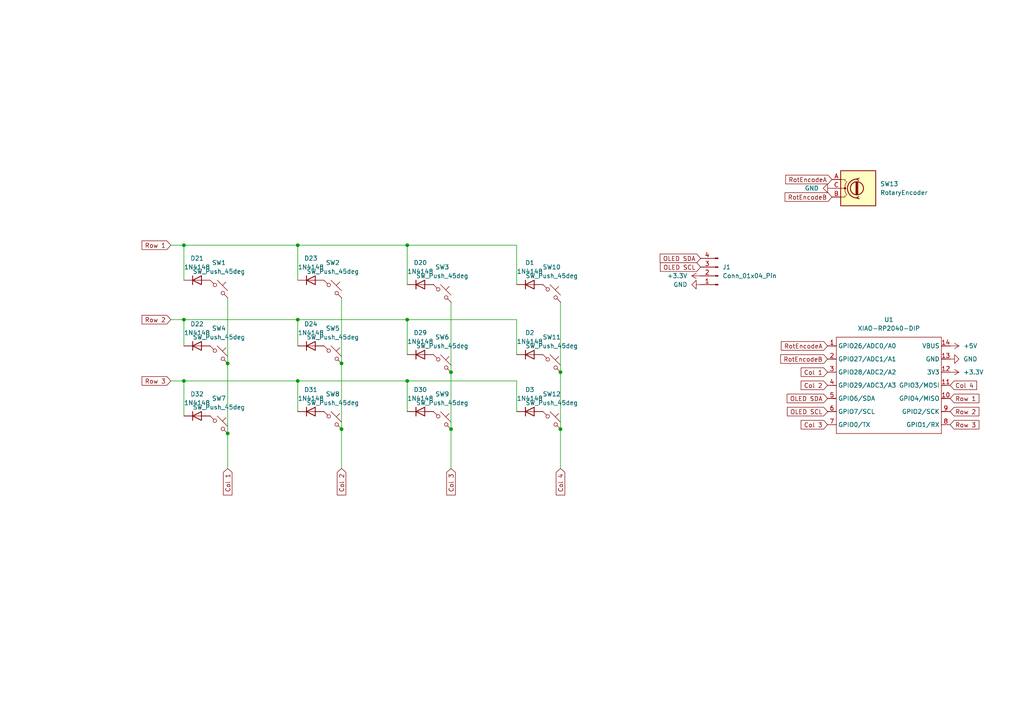
<source format=kicad_sch>
(kicad_sch (version 20250114) (generator "eeschema") (generator_version "9.0")
  (paper "A4")
  (lib_symbols
    (symbol "Connector:Conn_01x04_Pin" (pin_names (offset 1.016) (hide yes))
      (property "Reference" "J" (at 0 5.08 0))
      (property "Value" "Conn_01x04_Pin" (at 0 -7.62 0))
      (symbol "Conn_01x04_Pin_1_1"
        (rectangle (start 0.8636 2.667) (end 0 2.413) (stroke (width 0.1524)) (fill (type outline)))
        (rectangle (start 0.8636 0.127) (end 0 -0.127) (stroke (width 0.1524)) (fill (type outline)))
        (rectangle (start 0.8636 -2.413) (end 0 -2.667) (stroke (width 0.1524)) (fill (type outline)))
        (rectangle (start 0.8636 -4.953) (end 0 -5.207) (stroke (width 0.1524)) (fill (type outline)))
        (polyline (pts (xy 1.27 2.54) (xy 0.8636 2.54)) (stroke (width 0.1524)))
        (polyline (pts (xy 1.27 0) (xy 0.8636 0)) (stroke (width 0.1524)))
        (polyline (pts (xy 1.27 -2.54) (xy 0.8636 -2.54)) (stroke (width 0.1524)))
        (polyline (pts (xy 1.27 -5.08) (xy 0.8636 -5.08)) (stroke (width 0.1524)))
        (pin passive line (at 5.08 2.54 180) (length 3.81) (name "Pin_1") (number "1"))
        (pin passive line (at 5.08 0 180) (length 3.81) (name "Pin_2") (number "2"))
        (pin passive line (at 5.08 -2.54 180) (length 3.81) (name "Pin_3") (number "3"))
        (pin passive line (at 5.08 -5.08 180) (length 3.81) (name "Pin_4") (number "4"))
      )
    )
    (symbol "Device:RotaryEncoder" (pin_names (offset 0.254) (hide yes))
      (property "Reference" "SW" (at 0 6.604 0))
      (property "Value" "RotaryEncoder" (at 0 -6.604 0))
      (symbol "RotaryEncoder_0_1"
        (rectangle (start -5.08 5.08) (end 5.08 -5.08) (stroke (width 0.254)) (fill (type background)))
        (polyline (pts (xy -5.08 2.54) (xy -3.81 2.54) (xy -3.81 2.032)))
        (polyline (pts (xy -5.08 0) (xy -3.81 0) (xy -3.81 -1.016) (xy -3.302 -2.032)))
        (polyline (pts (xy -5.08 -2.54) (xy -3.81 -2.54) (xy -3.81 -2.032)))
        (polyline (pts (xy -4.318 0) (xy -3.81 0) (xy -3.81 1.016) (xy -3.302 2.032)))
        (circle (center -3.81 0) (radius 0.254) (fill (type outline)))
        (polyline (pts (xy -0.635 -1.778) (xy -0.635 1.778)) (stroke (width 0.254)))
        (circle (center -0.381 0) (radius 1.905) (stroke (width 0.254)))
        (polyline (pts (xy -0.381 -1.778) (xy -0.381 1.778)) (stroke (width 0.254)))
        (arc (start -0.381 -2.794) (mid -3.0988 -0.0635) (end -0.381 2.667) (stroke (width 0.254)))
        (polyline (pts (xy -0.127 1.778) (xy -0.127 -1.778)) (stroke (width 0.254)))
        (polyline (pts (xy 0.254 2.921) (xy -0.508 2.667) (xy 0.127 2.286)) (stroke (width 0.254)))
        (polyline (pts (xy 0.254 -3.048) (xy -0.508 -2.794) (xy 0.127 -2.413)) (stroke (width 0.254)))
      )
      (symbol "RotaryEncoder_1_1"
        (pin passive line (at -7.62 2.54 0) (length 2.54) (name "A") (number "A"))
        (pin passive line (at -7.62 0 0) (length 2.54) (name "C") (number "C"))
        (pin passive line (at -7.62 -2.54 0) (length 2.54) (name "B") (number "B"))
      )
    )
    (symbol "Diode:1N4148" (pin_numbers (hide yes)) (pin_names (hide yes))
      (property "Reference" "D" (at 0 2.54 0))
      (property "Value" "1N4148" (at 0 -2.54 0))
      (symbol "1N4148_0_1"
        (polyline (pts (xy -1.27 1.27) (xy -1.27 -1.27)) (stroke (width 0.254)))
        (polyline (pts (xy 1.27 1.27) (xy 1.27 -1.27) (xy -1.27 0) (xy 1.27 1.27)) (stroke (width 0.254)))
        (polyline (pts (xy 1.27 0) (xy -1.27 0)))
      )
      (symbol "1N4148_1_1"
        (pin passive line (at -3.81 0 0) (length 2.54) (name "K") (number "1"))
        (pin passive line (at 3.81 0 180) (length 2.54) (name "A") (number "2"))
      )
    )
    (symbol "OPL:XIAO-RP2040-DIP"
      (property "Reference" "U" (at 0 0 0))
      (property "Value" "XIAO-RP2040-DIP" (at 5.334 -1.778 0))
      (symbol "XIAO-RP2040-DIP_1_0"
        (polyline (pts (xy -1.27 -2.54) (xy 29.21 -2.54)) (stroke (width 0.1524)))
        (polyline (pts (xy -1.27 -5.08) (xy -2.54 -5.08)) (stroke (width 0.1524)))
        (polyline (pts (xy -1.27 -5.08) (xy -1.27 -2.54)) (stroke (width 0.1524)))
        (polyline (pts (xy -1.27 -8.89) (xy -2.54 -8.89)) (stroke (width 0.1524)))
        (polyline (pts (xy -1.27 -8.89) (xy -1.27 -5.08)) (stroke (width 0.1524)))
        (polyline (pts (xy -1.27 -12.7) (xy -2.54 -12.7)) (stroke (width 0.1524)))
        (polyline (pts (xy -1.27 -12.7) (xy -1.27 -8.89)) (stroke (width 0.1524)))
        (polyline (pts (xy -1.27 -16.51) (xy -2.54 -16.51)) (stroke (width 0.1524)))
        (polyline (pts (xy -1.27 -16.51) (xy -1.27 -12.7)) (stroke (width 0.1524)))
        (polyline (pts (xy -1.27 -20.32) (xy -2.54 -20.32)) (stroke (width 0.1524)))
        (polyline (pts (xy -1.27 -24.13) (xy -2.54 -24.13)) (stroke (width 0.1524)))
        (polyline (pts (xy -1.27 -27.94) (xy -2.54 -27.94)) (stroke (width 0.1524)))
        (polyline (pts (xy -1.27 -30.48) (xy -1.27 -16.51)) (stroke (width 0.1524)))
        (polyline (pts (xy 29.21 -2.54) (xy 29.21 -5.08)) (stroke (width 0.1524)))
        (polyline (pts (xy 29.21 -5.08) (xy 29.21 -8.89)) (stroke (width 0.1524)))
        (polyline (pts (xy 29.21 -8.89) (xy 29.21 -12.7)) (stroke (width 0.1524)))
        (polyline (pts (xy 29.21 -12.7) (xy 29.21 -30.48)) (stroke (width 0.1524)))
        (polyline (pts (xy 29.21 -30.48) (xy -1.27 -30.48)) (stroke (width 0.1524)))
        (polyline (pts (xy 30.48 -5.08) (xy 29.21 -5.08)) (stroke (width 0.1524)))
        (polyline (pts (xy 30.48 -8.89) (xy 29.21 -8.89)) (stroke (width 0.1524)))
        (polyline (pts (xy 30.48 -12.7) (xy 29.21 -12.7)) (stroke (width 0.1524)))
        (polyline (pts (xy 30.48 -16.51) (xy 29.21 -16.51)) (stroke (width 0.1524)))
        (polyline (pts (xy 30.48 -20.32) (xy 29.21 -20.32)) (stroke (width 0.1524)))
        (polyline (pts (xy 30.48 -24.13) (xy 29.21 -24.13)) (stroke (width 0.1524)))
        (polyline (pts (xy 30.48 -27.94) (xy 29.21 -27.94)) (stroke (width 0.1524)))
        (pin passive line (at -3.81 -5.08 0) (length 2.54) (name "GPIO26/ADC0/A0") (number "1"))
        (pin passive line (at -3.81 -8.89 0) (length 2.54) (name "GPIO27/ADC1/A1") (number "2"))
        (pin passive line (at -3.81 -12.7 0) (length 2.54) (name "GPIO28/ADC2/A2") (number "3"))
        (pin passive line (at -3.81 -16.51 0) (length 2.54) (name "GPIO29/ADC3/A3") (number "4"))
        (pin passive line (at -3.81 -20.32 0) (length 2.54) (name "GPIO6/SDA") (number "5"))
        (pin passive line (at -3.81 -24.13 0) (length 2.54) (name "GPIO7/SCL") (number "6"))
        (pin passive line (at -3.81 -27.94 0) (length 2.54) (name "GPIO0/TX") (number "7"))
        (pin passive line (at 31.75 -5.08 180) (length 2.54) (name "VBUS") (number "14"))
        (pin passive line (at 31.75 -8.89 180) (length 2.54) (name "GND") (number "13"))
        (pin passive line (at 31.75 -12.7 180) (length 2.54) (name "3V3") (number "12"))
        (pin passive line (at 31.75 -16.51 180) (length 2.54) (name "GPIO3/MOSI") (number "11"))
        (pin passive line (at 31.75 -20.32 180) (length 2.54) (name "GPIO4/MISO") (number "10"))
        (pin passive line (at 31.75 -24.13 180) (length 2.54) (name "GPIO2/SCK") (number "9"))
        (pin passive line (at 31.75 -27.94 180) (length 2.54) (name "GPIO1/RX") (number "8"))
      )
    )
    (symbol "Switch:SW_Push_45deg" (pin_numbers (hide yes)) (pin_names (offset 1.016) (hide yes))
      (property "Reference" "SW" (at 3.048 1.016 0))
      (property "Value" "SW_Push_45deg" (at 0 -3.81 0))
      (symbol "SW_Push_45deg_0_1"
        (polyline (pts (xy -2.54 2.54) (xy -1.524 1.524) (xy -1.524 1.524)))
        (circle (center -1.1684 1.1684) (radius 0.508))
        (polyline (pts (xy -0.508 2.54) (xy 2.54 -0.508)))
        (polyline (pts (xy 1.016 1.016) (xy 2.032 2.032)))
        (circle (center 1.143 -1.1938) (radius 0.508))
        (polyline (pts (xy 1.524 -1.524) (xy 2.54 -2.54) (xy 2.54 -2.54) (xy 2.54 -2.54)))
        (pin passive line (at -2.54 2.54 0) (length 0) (name "1") (number "1"))
        (pin passive line (at 2.54 -2.54 180) (length 0) (name "2") (number "2"))
      )
    )
    (symbol "power:+3.3V" (power) (pin_numbers (hide yes)) (pin_names (offset 0) (hide yes))
      (property "Value" "+3.3V" (at 0 3.556 0))
      (symbol "+3.3V_0_1"
        (polyline (pts (xy -0.762 1.27) (xy 0 2.54)))
        (polyline (pts (xy 0 2.54) (xy 0.762 1.27)))
        (polyline (pts (xy 0 0) (xy 0 2.54)))
      )
      (symbol "+3.3V_1_1"
        (pin power_in line (at 0 0 90) (length 0) (name "~") (number "1"))
      )
    )
    (symbol "power:+5V" (power) (pin_numbers (hide yes)) (pin_names (offset 0) (hide yes))
      (property "Value" "+5V" (at 0 3.556 0))
      (symbol "+5V_0_1"
        (polyline (pts (xy -0.762 1.27) (xy 0 2.54)))
        (polyline (pts (xy 0 2.54) (xy 0.762 1.27)))
        (polyline (pts (xy 0 0) (xy 0 2.54)))
      )
      (symbol "+5V_1_1"
        (pin power_in line (at 0 0 90) (length 0) (name "~") (number "1"))
      )
    )
    (symbol "power:GND" (power) (pin_numbers (hide yes)) (pin_names (offset 0) (hide yes))
      (property "Value" "GND" (at 0 -3.81 0))
      (symbol "GND_0_1"
        (polyline (pts (xy 0 0) (xy 0 -1.27) (xy 1.27 -1.27) (xy 0 -2.54) (xy -1.27 -1.27) (xy 0 -1.27)))
      )
      (symbol "GND_1_1"
        (pin power_in line (at 0 0 270) (length 0) (name "~") (number "1"))
      )
    )
  )
  (junction (at 53.34 71.12))
  (junction (at 118.11 71.12))
  (junction (at 86.36 110.49))
  (junction (at 86.36 71.12))
  (junction (at 162.56 107.95))
  (junction (at 53.34 110.49))
  (junction (at 86.36 92.71))
  (junction (at 99.06 105.41))
  (junction (at 53.34 92.71))
  (junction (at 66.04 125.73))
  (junction (at 162.56 124.46))
  (junction (at 118.11 110.49))
  (junction (at 99.06 124.46))
  (junction (at 130.81 124.46))
  (junction (at 130.81 107.95))
  (junction (at 118.11 92.71))
  (junction (at 66.04 105.41))
  (wire (pts (xy 118.11 110.49) (xy 118.11 119.38)))
  (wire (pts (xy 66.04 86.36) (xy 66.04 105.41)))
  (wire (pts (xy 162.56 107.95) (xy 162.56 124.46)))
  (wire (pts (xy 118.11 71.12) (xy 118.11 82.55)))
  (wire (pts (xy 49.53 110.49) (xy 53.34 110.49)))
  (wire (pts (xy 118.11 110.49) (xy 149.86 110.49)))
  (wire (pts (xy 118.11 92.71) (xy 149.86 92.71)))
  (wire (pts (xy 118.11 92.71) (xy 118.11 102.87)))
  (wire (pts (xy 130.81 107.95) (xy 130.81 124.46)))
  (wire (pts (xy 130.81 87.63) (xy 130.81 107.95)))
  (wire (pts (xy 53.34 92.71) (xy 86.36 92.71)))
  (wire (pts (xy 99.06 105.41) (xy 99.06 124.46)))
  (wire (pts (xy 99.06 86.36) (xy 99.06 105.41)))
  (wire (pts (xy 149.86 110.49) (xy 149.86 119.38)))
  (wire (pts (xy 53.34 110.49) (xy 86.36 110.49)))
  (wire (pts (xy 86.36 92.71) (xy 118.11 92.71)))
  (wire (pts (xy 49.53 92.71) (xy 53.34 92.71)))
  (wire (pts (xy 99.06 124.46) (xy 99.06 135.89)))
  (wire (pts (xy 49.53 71.12) (xy 53.34 71.12)))
  (wire (pts (xy 149.86 92.71) (xy 149.86 102.87)))
  (wire (pts (xy 53.34 71.12) (xy 86.36 71.12)))
  (wire (pts (xy 86.36 110.49) (xy 86.36 119.38)))
  (wire (pts (xy 53.34 71.12) (xy 53.34 81.28)))
  (wire (pts (xy 66.04 105.41) (xy 66.04 125.73)))
  (wire (pts (xy 118.11 71.12) (xy 149.86 71.12)))
  (wire (pts (xy 86.36 71.12) (xy 86.36 81.28)))
  (wire (pts (xy 53.34 110.49) (xy 53.34 120.65)))
  (wire (pts (xy 130.81 124.46) (xy 130.81 135.89)))
  (wire (pts (xy 86.36 110.49) (xy 118.11 110.49)))
  (wire (pts (xy 86.36 92.71) (xy 86.36 100.33)))
  (wire (pts (xy 162.56 87.63) (xy 162.56 107.95)))
  (wire (pts (xy 53.34 100.33) (xy 53.34 92.71)))
  (wire (pts (xy 162.56 124.46) (xy 162.56 135.89)))
  (wire (pts (xy 86.36 71.12) (xy 118.11 71.12)))
  (wire (pts (xy 149.86 71.12) (xy 149.86 82.55)))
  (wire (pts (xy 66.04 125.73) (xy 66.04 135.89)))
  (global_label "Col 3" (shape input) (at 130.81 135.89 270) (property "Intersheetrefs" "${INTERSHEET_REFS}" (effects (hide yes))))
  (global_label "Row 3" (shape input) (at 275.59 123.19 0) (property "Intersheetrefs" "${INTERSHEET_REFS}" (effects (hide yes))))
  (global_label "Row 2" (shape input) (at 275.59 119.38 0) (property "Intersheetrefs" "${INTERSHEET_REFS}" (effects (hide yes))))
  (global_label "RotEncodeA" (shape input) (at 240.03 100.33 180) (property "Intersheetrefs" "${INTERSHEET_REFS}" (effects (hide yes))))
  (global_label "Col 3" (shape input) (at 240.03 123.19 180) (property "Intersheetrefs" "${INTERSHEET_REFS}" (effects (hide yes))))
  (global_label "OLED SCL" (shape input) (at 203.2 77.47 180) (property "Intersheetrefs" "${INTERSHEET_REFS}" (effects (hide yes))))
  (global_label "OLED SDA" (shape input) (at 240.03 115.57 180) (property "Intersheetrefs" "${INTERSHEET_REFS}" (effects (hide yes))))
  (global_label "Col 1" (shape input) (at 66.04 135.89 270) (property "Intersheetrefs" "${INTERSHEET_REFS}" (effects (hide yes))))
  (global_label "Col 2" (shape input) (at 240.03 111.76 180) (property "Intersheetrefs" "${INTERSHEET_REFS}" (effects (hide yes))))
  (global_label "RotEncodeB" (shape input) (at 241.3 57.15 180) (property "Intersheetrefs" "${INTERSHEET_REFS}" (effects (hide yes))))
  (global_label "Col 2" (shape input) (at 99.06 135.89 270) (property "Intersheetrefs" "${INTERSHEET_REFS}" (effects (hide yes))))
  (global_label "OLED SDA" (shape input) (at 203.2 74.93 180) (property "Intersheetrefs" "${INTERSHEET_REFS}" (effects (hide yes))))
  (global_label "Col 1" (shape input) (at 240.03 107.95 180) (property "Intersheetrefs" "${INTERSHEET_REFS}" (effects (hide yes))))
  (global_label "Row 3" (shape input) (at 49.53 110.49 180) (property "Intersheetrefs" "${INTERSHEET_REFS}" (effects (hide yes))))
  (global_label "Row 1" (shape input) (at 49.53 71.12 180) (property "Intersheetrefs" "${INTERSHEET_REFS}" (effects (hide yes))))
  (global_label "Row 1" (shape input) (at 275.59 115.57 0) (property "Intersheetrefs" "${INTERSHEET_REFS}" (effects (hide yes))))
  (global_label "Row 2" (shape input) (at 49.53 92.71 180) (property "Intersheetrefs" "${INTERSHEET_REFS}" (effects (hide yes))))
  (global_label "OLED SCL" (shape input) (at 240.03 119.38 180) (property "Intersheetrefs" "${INTERSHEET_REFS}" (effects (hide yes))))
  (global_label "RotEncodeB" (shape input) (at 240.03 104.14 180) (property "Intersheetrefs" "${INTERSHEET_REFS}" (effects (hide yes))))
  (global_label "Col 4" (shape input) (at 275.59 111.76 0) (property "Intersheetrefs" "${INTERSHEET_REFS}" (effects (hide yes))))
  (global_label "RotEncodeA" (shape input) (at 241.3 52.07 180) (property "Intersheetrefs" "${INTERSHEET_REFS}" (effects (hide yes))))
  (global_label "Col 4" (shape input) (at 162.56 135.89 270) (property "Intersheetrefs" "${INTERSHEET_REFS}" (effects (hide yes))))
  (symbol (lib_id "Diode:1N4148") (at 153.67 119.38 0) (unit 1)
    (property "Reference" "D3" (at 153.67 113.03 0))
    (property "Value" "1N4148" (at 153.67 115.57 0))
    (property "Footprint" "Diode_THT:D_DO-35_SOD27_P7.62mm_Horizontal" (effects (hide yes)))
    (property "Datasheet" "https://assets.nexperia.com/documents/data-sheet/1N4148_1N4448.pdf" (effects (hide yes)))
    (property "Description" "100V 0.15A standard switching diode, DO-35" (effects (hide yes)))
    (property "Sim.Device" "D" (effects (hide yes)))
    (property "Sim.Pins" "1=K 2=A" (effects (hide yes)))
  )
  (symbol (lib_id "Diode:1N4148") (at 90.17 100.33 0) (mirror x) (unit 1)
    (property "Reference" "D24" (at 90.17 93.98 0))
    (property "Value" "1N4148" (at 90.17 96.52 0))
    (property "Footprint" "Diode_THT:D_DO-35_SOD27_P7.62mm_Horizontal" (effects (hide yes)))
    (property "Datasheet" "https://assets.nexperia.com/documents/data-sheet/1N4148_1N4448.pdf" (effects (hide yes)))
    (property "Description" "100V 0.15A standard switching diode, DO-35" (effects (hide yes)))
    (property "Sim.Device" "D" (effects (hide yes)))
    (property "Sim.Pins" "1=K 2=A" (effects (hide yes)))
  )
  (symbol (lib_id "Diode:1N4148") (at 121.92 82.55 0) (unit 1)
    (property "Reference" "D20" (at 121.92 76.2 0))
    (property "Value" "1N4148" (at 121.92 78.74 0))
    (property "Footprint" "Diode_THT:D_DO-35_SOD27_P7.62mm_Horizontal" (effects (hide yes)))
    (property "Datasheet" "https://assets.nexperia.com/documents/data-sheet/1N4148_1N4448.pdf" (effects (hide yes)))
    (property "Description" "100V 0.15A standard switching diode, DO-35" (effects (hide yes)))
    (property "Sim.Device" "D" (effects (hide yes)))
    (property "Sim.Pins" "1=K 2=A" (effects (hide yes)))
  )
  (symbol (lib_id "Diode:1N4148") (at 90.17 119.38 0) (unit 1)
    (property "Reference" "D31" (at 90.17 113.03 0))
    (property "Value" "1N4148" (at 90.17 115.57 0))
    (property "Footprint" "Diode_THT:D_DO-35_SOD27_P7.62mm_Horizontal" (effects (hide yes)))
    (property "Datasheet" "https://assets.nexperia.com/documents/data-sheet/1N4148_1N4448.pdf" (effects (hide yes)))
    (property "Description" "100V 0.15A standard switching diode, DO-35" (effects (hide yes)))
    (property "Sim.Device" "D" (effects (hide yes)))
    (property "Sim.Pins" "1=K 2=A" (effects (hide yes)))
  )
  (symbol (lib_id "Switch:SW_Push_45deg") (at 128.27 85.09 0) (unit 1)
    (property "Reference" "SW3" (at 128.27 77.47 0))
    (property "Value" "SW_Push_45deg" (at 128.27 80.01 0))
    (property "Footprint" "Button_Switch_Keyboard:SW_Cherry_MX_1.00u_PCB" (effects (hide yes)))
    (property "Description" "Push button switch, normally open, two pins, 45° tilted" (effects (hide yes)))
  )
  (symbol (lib_id "Switch:SW_Push_45deg") (at 160.02 121.92 0) (unit 1)
    (property "Reference" "SW12" (at 160.02 114.3 0))
    (property "Value" "SW_Push_45deg" (at 160.02 116.84 0))
    (property "Footprint" "Button_Switch_Keyboard:SW_Cherry_MX_1.00u_PCB" (effects (hide yes)))
    (property "Description" "Push button switch, normally open, two pins, 45° tilted" (effects (hide yes)))
  )
  (symbol (lib_id "Switch:SW_Push_45deg") (at 96.52 121.92 0) (unit 1)
    (property "Reference" "SW8" (at 96.52 114.3 0))
    (property "Value" "SW_Push_45deg" (at 96.52 116.84 0))
    (property "Footprint" "Button_Switch_Keyboard:SW_Cherry_MX_1.00u_PCB" (effects (hide yes)))
    (property "Description" "Push button switch, normally open, two pins, 45° tilted" (effects (hide yes)))
  )
  (symbol (lib_id "power:+3.3V") (at 275.59 107.95 270) (mirror x) (unit 1)
    (property "Reference" "#PWR07" (effects (hide yes)))
    (property "Value" "+3.3V" (at 279.4 107.9499 90) (effects (justify left)))
    (property "Description" "Power symbol creates a global label with name \"+3.3V\"" (effects (hide yes)))
  )
  (symbol (lib_id "Diode:1N4148") (at 121.92 119.38 0) (unit 1)
    (property "Reference" "D30" (at 121.92 113.03 0))
    (property "Value" "1N4148" (at 121.92 115.57 0))
    (property "Footprint" "Diode_THT:D_DO-35_SOD27_P7.62mm_Horizontal" (effects (hide yes)))
    (property "Datasheet" "https://assets.nexperia.com/documents/data-sheet/1N4148_1N4448.pdf" (effects (hide yes)))
    (property "Description" "100V 0.15A standard switching diode, DO-35" (effects (hide yes)))
    (property "Sim.Device" "D" (effects (hide yes)))
    (property "Sim.Pins" "1=K 2=A" (effects (hide yes)))
  )
  (symbol (lib_id "Connector:Conn_01x04_Pin") (at 208.28 80.01 180) (unit 1)
    (property "Reference" "J1" (at 209.55 77.4699 0) (effects (justify right)))
    (property "Value" "Conn_01x04_Pin" (at 209.55 80.0099 0) (effects (justify right)))
    (property "Footprint" "OLED:SSD1306-0.91-OLED-4pin-128x32" (effects (hide yes)))
    (property "Description" "Generic connector, single row, 01x04, script generated" (effects (hide yes)))
  )
  (symbol (lib_id "Switch:SW_Push_45deg") (at 160.02 85.09 0) (unit 1)
    (property "Reference" "SW10" (at 160.02 77.47 0))
    (property "Value" "SW_Push_45deg" (at 160.02 80.01 0))
    (property "Footprint" "Button_Switch_Keyboard:SW_Cherry_MX_1.00u_PCB" (effects (hide yes)))
    (property "Description" "Push button switch, normally open, two pins, 45° tilted" (effects (hide yes)))
  )
  (symbol (lib_id "Switch:SW_Push_45deg") (at 160.02 105.41 0) (unit 1)
    (property "Reference" "SW11" (at 160.02 97.79 0))
    (property "Value" "SW_Push_45deg" (at 160.02 100.33 0))
    (property "Footprint" "Button_Switch_Keyboard:SW_Cherry_MX_1.00u_PCB" (effects (hide yes)))
    (property "Description" "Push button switch, normally open, two pins, 45° tilted" (effects (hide yes)))
  )
  (symbol (lib_id "Diode:1N4148") (at 153.67 82.55 0) (unit 1)
    (property "Reference" "D1" (at 153.67 76.2 0))
    (property "Value" "1N4148" (at 153.67 78.74 0))
    (property "Footprint" "Diode_THT:D_DO-35_SOD27_P7.62mm_Horizontal" (effects (hide yes)))
    (property "Datasheet" "https://assets.nexperia.com/documents/data-sheet/1N4148_1N4448.pdf" (effects (hide yes)))
    (property "Description" "100V 0.15A standard switching diode, DO-35" (effects (hide yes)))
    (property "Sim.Device" "D" (effects (hide yes)))
    (property "Sim.Pins" "1=K 2=A" (effects (hide yes)))
  )
  (symbol (lib_id "power:+3.3V") (at 203.2 80.01 90) (unit 1)
    (property "Reference" "#PWR08" (effects (hide yes)))
    (property "Value" "+3.3V" (at 199.39 80.0099 90) (effects (justify left)))
    (property "Description" "Power symbol creates a global label with name \"+3.3V\"" (effects (hide yes)))
  )
  (symbol (lib_id "Diode:1N4148") (at 153.67 102.87 0) (unit 1)
    (property "Reference" "D2" (at 153.67 96.52 0))
    (property "Value" "1N4148" (at 153.67 99.06 0))
    (property "Footprint" "Diode_THT:D_DO-35_SOD27_P7.62mm_Horizontal" (effects (hide yes)))
    (property "Datasheet" "https://assets.nexperia.com/documents/data-sheet/1N4148_1N4448.pdf" (effects (hide yes)))
    (property "Description" "100V 0.15A standard switching diode, DO-35" (effects (hide yes)))
    (property "Sim.Device" "D" (effects (hide yes)))
    (property "Sim.Pins" "1=K 2=A" (effects (hide yes)))
  )
  (symbol (lib_id "power:+5V") (at 275.59 100.33 270) (unit 1)
    (property "Reference" "#PWR02" (effects (hide yes)))
    (property "Value" "+5V" (at 279.4 100.3299 90) (effects (justify left)))
    (property "Description" "Power symbol creates a global label with name \"+5V\"" (effects (hide yes)))
  )
  (symbol (lib_id "Switch:SW_Push_45deg") (at 63.5 102.87 0) (unit 1)
    (property "Reference" "SW4" (at 63.5 95.25 0))
    (property "Value" "SW_Push_45deg" (at 63.5 97.79 0))
    (property "Footprint" "Button_Switch_Keyboard:SW_Cherry_MX_1.00u_PCB" (effects (hide yes)))
    (property "Description" "Push button switch, normally open, two pins, 45° tilted" (effects (hide yes)))
  )
  (symbol (lib_id "power:GND") (at 275.59 104.14 90) (unit 1)
    (property "Reference" "#PWR01" (effects (hide yes)))
    (property "Value" "GND" (at 279.4 104.1399 90) (effects (justify right)))
    (property "Description" "Power symbol creates a global label with name \"GND\" , ground" (effects (hide yes)))
  )
  (symbol (lib_id "Switch:SW_Push_45deg") (at 96.52 83.82 0) (unit 1)
    (property "Reference" "SW2" (at 96.52 76.2 0))
    (property "Value" "SW_Push_45deg" (at 96.52 78.74 0))
    (property "Footprint" "Button_Switch_Keyboard:SW_Cherry_MX_1.00u_PCB" (effects (hide yes)))
    (property "Description" "Push button switch, normally open, two pins, 45° tilted" (effects (hide yes)))
  )
  (symbol (lib_id "Diode:1N4148") (at 121.92 102.87 0) (unit 1)
    (property "Reference" "D29" (at 121.92 96.52 0))
    (property "Value" "1N4148" (at 121.92 99.06 0))
    (property "Footprint" "Diode_THT:D_DO-35_SOD27_P7.62mm_Horizontal" (effects (hide yes)))
    (property "Datasheet" "https://assets.nexperia.com/documents/data-sheet/1N4148_1N4448.pdf" (effects (hide yes)))
    (property "Description" "100V 0.15A standard switching diode, DO-35" (effects (hide yes)))
    (property "Sim.Device" "D" (effects (hide yes)))
    (property "Sim.Pins" "1=K 2=A" (effects (hide yes)))
  )
  (symbol (lib_id "Device:RotaryEncoder") (at 248.92 54.61 0) (unit 1)
    (property "Reference" "SW13" (at 255.27 53.3399 0) (effects (justify left)))
    (property "Value" "RotaryEncoder" (at 255.27 55.8799 0) (effects (justify left)))
    (property "Footprint" "Rotary_Encoder:RotaryEncoder_Alps_EC11E_Vertical_H20mm" (effects (hide yes)))
    (property "Description" "Rotary encoder, dual channel, incremental quadrate outputs" (effects (hide yes)))
  )
  (symbol (lib_id "Switch:SW_Push_45deg") (at 63.5 123.19 0) (unit 1)
    (property "Reference" "SW7" (at 63.5 115.57 0))
    (property "Value" "SW_Push_45deg" (at 63.5 118.11 0))
    (property "Footprint" "Button_Switch_Keyboard:SW_Cherry_MX_1.00u_PCB" (effects (hide yes)))
    (property "Description" "Push button switch, normally open, two pins, 45° tilted" (effects (hide yes)))
  )
  (symbol (lib_id "OPL:XIAO-RP2040-DIP") (at 243.84 95.25 0) (unit 1)
    (property "Reference" "U1" (at 257.81 92.71 0))
    (property "Value" "XIAO-RP2040-DIP" (at 257.81 95.25 0))
    (property "Footprint" "OPL:XIAO-RP2040-DIP" (effects (hide yes)))
  )
  (symbol (lib_id "power:GND") (at 203.2 82.55 270) (mirror x) (unit 1)
    (property "Reference" "#PWR06" (effects (hide yes)))
    (property "Value" "GND" (at 199.39 82.5499 90) (effects (justify right)))
    (property "Description" "Power symbol creates a global label with name \"GND\" , ground" (effects (hide yes)))
  )
  (symbol (lib_id "Switch:SW_Push_45deg") (at 128.27 121.92 0) (unit 1)
    (property "Reference" "SW9" (at 128.27 114.3 0))
    (property "Value" "SW_Push_45deg" (at 128.27 116.84 0))
    (property "Footprint" "Button_Switch_Keyboard:SW_Cherry_MX_1.00u_PCB" (effects (hide yes)))
    (property "Description" "Push button switch, normally open, two pins, 45° tilted" (effects (hide yes)))
  )
  (symbol (lib_id "Switch:SW_Push_45deg") (at 96.52 102.87 0) (unit 1)
    (property "Reference" "SW5" (at 96.52 95.25 0))
    (property "Value" "SW_Push_45deg" (at 96.52 97.79 0))
    (property "Footprint" "Button_Switch_Keyboard:SW_Cherry_MX_1.00u_PCB" (effects (hide yes)))
    (property "Description" "Push button switch, normally open, two pins, 45° tilted" (effects (hide yes)))
  )
  (symbol (lib_id "Switch:SW_Push_45deg") (at 63.5 83.82 0) (unit 1)
    (property "Reference" "SW1" (at 63.5 76.2 0))
    (property "Value" "SW_Push_45deg" (at 63.5 78.74 0))
    (property "Footprint" "Button_Switch_Keyboard:SW_Cherry_MX_1.00u_PCB" (effects (hide yes)))
    (property "Description" "Push button switch, normally open, two pins, 45° tilted" (effects (hide yes)))
  )
  (symbol (lib_id "Diode:1N4148") (at 57.15 81.28 0) (unit 1)
    (property "Reference" "D21" (at 57.15 74.93 0))
    (property "Value" "1N4148" (at 57.15 77.47 0))
    (property "Footprint" "Diode_THT:D_DO-35_SOD27_P7.62mm_Horizontal" (effects (hide yes)))
    (property "Datasheet" "https://assets.nexperia.com/documents/data-sheet/1N4148_1N4448.pdf" (effects (hide yes)))
    (property "Description" "100V 0.15A standard switching diode, DO-35" (effects (hide yes)))
    (property "Sim.Device" "D" (effects (hide yes)))
    (property "Sim.Pins" "1=K 2=A" (effects (hide yes)))
  )
  (symbol (lib_id "power:GND") (at 241.3 54.61 270) (unit 1)
    (property "Reference" "#PWR05" (effects (hide yes)))
    (property "Value" "GND" (at 237.49 54.6099 90) (effects (justify right)))
    (property "Description" "Power symbol creates a global label with name \"GND\" , ground" (effects (hide yes)))
  )
  (symbol (lib_id "Diode:1N4148") (at 57.15 100.33 0) (unit 1)
    (property "Reference" "D22" (at 57.15 93.98 0))
    (property "Value" "1N4148" (at 57.15 96.52 0))
    (property "Footprint" "Diode_THT:D_DO-35_SOD27_P7.62mm_Horizontal" (effects (hide yes)))
    (property "Datasheet" "https://assets.nexperia.com/documents/data-sheet/1N4148_1N4448.pdf" (effects (hide yes)))
    (property "Description" "100V 0.15A standard switching diode, DO-35" (effects (hide yes)))
    (property "Sim.Device" "D" (effects (hide yes)))
    (property "Sim.Pins" "1=K 2=A" (effects (hide yes)))
  )
  (symbol (lib_id "Diode:1N4148") (at 57.15 120.65 0) (unit 1)
    (property "Reference" "D32" (at 57.15 114.3 0))
    (property "Value" "1N4148" (at 57.15 116.84 0))
    (property "Footprint" "Diode_THT:D_DO-35_SOD27_P7.62mm_Horizontal" (effects (hide yes)))
    (property "Datasheet" "https://assets.nexperia.com/documents/data-sheet/1N4148_1N4448.pdf" (effects (hide yes)))
    (property "Description" "100V 0.15A standard switching diode, DO-35" (effects (hide yes)))
    (property "Sim.Device" "D" (effects (hide yes)))
    (property "Sim.Pins" "1=K 2=A" (effects (hide yes)))
  )
  (symbol (lib_id "Diode:1N4148") (at 90.17 81.28 0) (mirror x) (unit 1)
    (property "Reference" "D23" (at 90.17 74.93 0))
    (property "Value" "1N4148" (at 90.17 77.47 0))
    (property "Footprint" "Diode_THT:D_DO-35_SOD27_P7.62mm_Horizontal" (effects (hide yes)))
    (property "Datasheet" "https://assets.nexperia.com/documents/data-sheet/1N4148_1N4448.pdf" (effects (hide yes)))
    (property "Description" "100V 0.15A standard switching diode, DO-35" (effects (hide yes)))
    (property "Sim.Device" "D" (effects (hide yes)))
    (property "Sim.Pins" "1=K 2=A" (effects (hide yes)))
  )
  (symbol (lib_id "Switch:SW_Push_45deg") (at 128.27 105.41 0) (unit 1)
    (property "Reference" "SW6" (at 128.27 97.79 0))
    (property "Value" "SW_Push_45deg" (at 128.27 100.33 0))
    (property "Footprint" "Button_Switch_Keyboard:SW_Cherry_MX_1.00u_PCB" (effects (hide yes)))
    (property "Description" "Push button switch, normally open, two pins, 45° tilted" (effects (hide yes)))
  )
)
</source>
